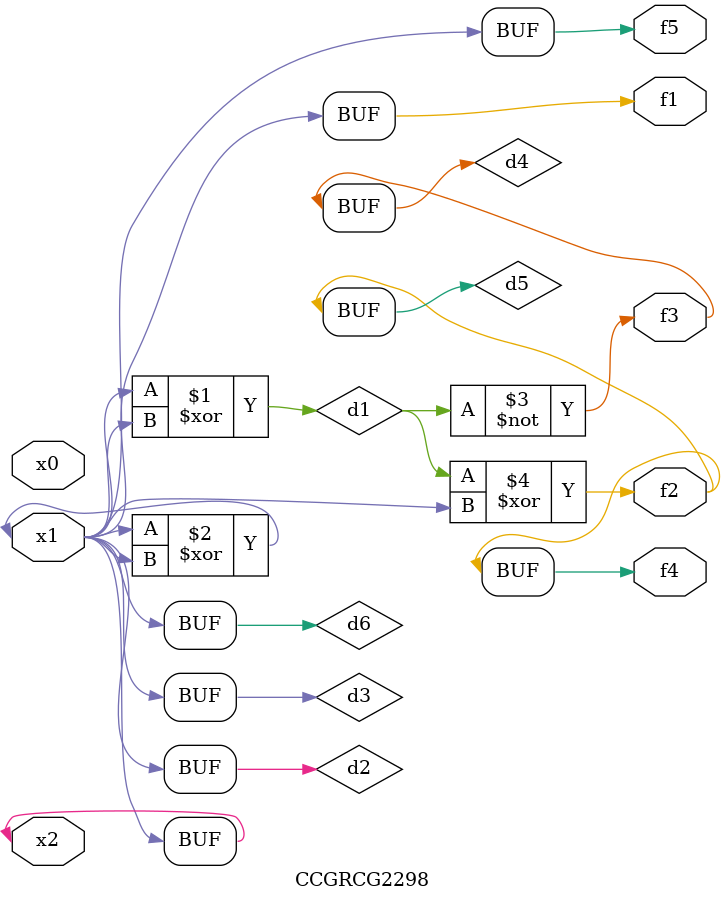
<source format=v>
module CCGRCG2298(
	input x0, x1, x2,
	output f1, f2, f3, f4, f5
);

	wire d1, d2, d3, d4, d5, d6;

	xor (d1, x1, x2);
	buf (d2, x1, x2);
	xor (d3, x1, x2);
	nor (d4, d1);
	xor (d5, d1, d2);
	buf (d6, d2, d3);
	assign f1 = d6;
	assign f2 = d5;
	assign f3 = d4;
	assign f4 = d5;
	assign f5 = d6;
endmodule

</source>
